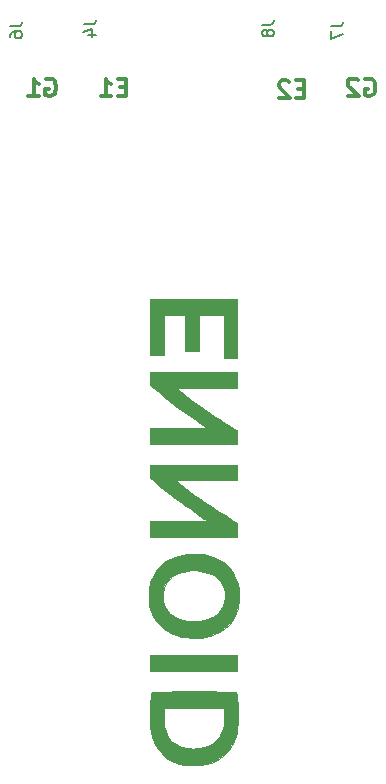
<source format=gbo>
G04 #@! TF.GenerationSoftware,KiCad,Pcbnew,no-vcs-found-9413793~61~ubuntu17.10.1*
G04 #@! TF.CreationDate,2017-12-18T18:39:30-05:00*
G04 #@! TF.ProjectId,ENNOID Dual Gate Driver,454E4E4F4944204475616C2047617465,rev?*
G04 #@! TF.SameCoordinates,Original*
G04 #@! TF.FileFunction,Legend,Bot*
G04 #@! TF.FilePolarity,Positive*
%FSLAX46Y46*%
G04 Gerber Fmt 4.6, Leading zero omitted, Abs format (unit mm)*
G04 Created by KiCad (PCBNEW no-vcs-found-9413793~61~ubuntu17.10.1) date Mon Dec 18 18:39:30 2017*
%MOMM*%
%LPD*%
G01*
G04 APERTURE LIST*
%ADD10C,0.300000*%
%ADD11C,0.010000*%
%ADD12C,0.150000*%
G04 APERTURE END LIST*
D10*
X23540114Y-8833657D02*
X23040114Y-8833657D01*
X22825828Y-9619371D02*
X23540114Y-9619371D01*
X23540114Y-8119371D01*
X22825828Y-8119371D01*
X21397257Y-9619371D02*
X22254400Y-9619371D01*
X21825828Y-9619371D02*
X21825828Y-8119371D01*
X21968685Y-8333657D01*
X22111542Y-8476514D01*
X22254400Y-8547942D01*
X16780628Y-8190800D02*
X16923485Y-8119371D01*
X17137771Y-8119371D01*
X17352057Y-8190800D01*
X17494914Y-8333657D01*
X17566342Y-8476514D01*
X17637771Y-8762228D01*
X17637771Y-8976514D01*
X17566342Y-9262228D01*
X17494914Y-9405085D01*
X17352057Y-9547942D01*
X17137771Y-9619371D01*
X16994914Y-9619371D01*
X16780628Y-9547942D01*
X16709200Y-9476514D01*
X16709200Y-8976514D01*
X16994914Y-8976514D01*
X15280628Y-9619371D02*
X16137771Y-9619371D01*
X15709200Y-9619371D02*
X15709200Y-8119371D01*
X15852057Y-8333657D01*
X15994914Y-8476514D01*
X16137771Y-8547942D01*
X43806228Y-8190800D02*
X43949085Y-8119371D01*
X44163371Y-8119371D01*
X44377657Y-8190800D01*
X44520514Y-8333657D01*
X44591942Y-8476514D01*
X44663371Y-8762228D01*
X44663371Y-8976514D01*
X44591942Y-9262228D01*
X44520514Y-9405085D01*
X44377657Y-9547942D01*
X44163371Y-9619371D01*
X44020514Y-9619371D01*
X43806228Y-9547942D01*
X43734800Y-9476514D01*
X43734800Y-8976514D01*
X44020514Y-8976514D01*
X43163371Y-8262228D02*
X43091942Y-8190800D01*
X42949085Y-8119371D01*
X42591942Y-8119371D01*
X42449085Y-8190800D01*
X42377657Y-8262228D01*
X42306228Y-8405085D01*
X42306228Y-8547942D01*
X42377657Y-8762228D01*
X43234800Y-9619371D01*
X42306228Y-9619371D01*
X38627714Y-8986057D02*
X38127714Y-8986057D01*
X37913428Y-9771771D02*
X38627714Y-9771771D01*
X38627714Y-8271771D01*
X37913428Y-8271771D01*
X37342000Y-8414628D02*
X37270571Y-8343200D01*
X37127714Y-8271771D01*
X36770571Y-8271771D01*
X36627714Y-8343200D01*
X36556285Y-8414628D01*
X36484857Y-8557485D01*
X36484857Y-8700342D01*
X36556285Y-8914628D01*
X37413428Y-9771771D01*
X36484857Y-9771771D01*
D11*
G36*
X32960250Y-58268076D02*
X32960250Y-56920105D01*
X25612487Y-56920105D01*
X25612487Y-58268076D01*
X32960250Y-58268076D01*
X32960250Y-58268076D01*
G37*
X32960250Y-58268076D02*
X32960250Y-56920105D01*
X25612487Y-56920105D01*
X25612487Y-58268076D01*
X32960250Y-58268076D01*
G36*
X25843757Y-42137073D02*
X26091875Y-42356171D01*
X26367007Y-42589294D01*
X26672411Y-42839051D01*
X27011346Y-43108046D01*
X27387068Y-43398887D01*
X27802837Y-43714180D01*
X27996586Y-43859300D01*
X28165994Y-43984640D01*
X28357727Y-44124573D01*
X28566079Y-44275088D01*
X28785349Y-44432179D01*
X29009831Y-44591834D01*
X29233824Y-44750046D01*
X29451622Y-44902806D01*
X29657523Y-45046104D01*
X29845822Y-45175932D01*
X30010817Y-45288281D01*
X30146804Y-45379141D01*
X30248079Y-45444505D01*
X30277903Y-45462799D01*
X30409678Y-45541645D01*
X28011083Y-45548393D01*
X25612487Y-45555140D01*
X25612487Y-46902832D01*
X32960250Y-46902832D01*
X32960250Y-45752038D01*
X32768627Y-45635380D01*
X32474217Y-45453990D01*
X32147089Y-45248652D01*
X31797579Y-45026086D01*
X31436025Y-44793012D01*
X31072765Y-44556149D01*
X30718136Y-44322219D01*
X30382475Y-44097941D01*
X30076120Y-43890034D01*
X29947139Y-43801229D01*
X29796464Y-43695422D01*
X29618178Y-43567740D01*
X29419359Y-43423458D01*
X29207087Y-43267853D01*
X28988439Y-43106198D01*
X28770495Y-42943770D01*
X28560335Y-42785843D01*
X28365037Y-42637693D01*
X28191679Y-42504595D01*
X28047342Y-42391825D01*
X27941318Y-42306486D01*
X27746007Y-42145287D01*
X32960250Y-42145287D01*
X32960250Y-40797317D01*
X25612487Y-40797317D01*
X25612487Y-41928121D01*
X25843757Y-42137073D01*
X25843757Y-42137073D01*
G37*
X25843757Y-42137073D02*
X26091875Y-42356171D01*
X26367007Y-42589294D01*
X26672411Y-42839051D01*
X27011346Y-43108046D01*
X27387068Y-43398887D01*
X27802837Y-43714180D01*
X27996586Y-43859300D01*
X28165994Y-43984640D01*
X28357727Y-44124573D01*
X28566079Y-44275088D01*
X28785349Y-44432179D01*
X29009831Y-44591834D01*
X29233824Y-44750046D01*
X29451622Y-44902806D01*
X29657523Y-45046104D01*
X29845822Y-45175932D01*
X30010817Y-45288281D01*
X30146804Y-45379141D01*
X30248079Y-45444505D01*
X30277903Y-45462799D01*
X30409678Y-45541645D01*
X28011083Y-45548393D01*
X25612487Y-45555140D01*
X25612487Y-46902832D01*
X32960250Y-46902832D01*
X32960250Y-45752038D01*
X32768627Y-45635380D01*
X32474217Y-45453990D01*
X32147089Y-45248652D01*
X31797579Y-45026086D01*
X31436025Y-44793012D01*
X31072765Y-44556149D01*
X30718136Y-44322219D01*
X30382475Y-44097941D01*
X30076120Y-43890034D01*
X29947139Y-43801229D01*
X29796464Y-43695422D01*
X29618178Y-43567740D01*
X29419359Y-43423458D01*
X29207087Y-43267853D01*
X28988439Y-43106198D01*
X28770495Y-42943770D01*
X28560335Y-42785843D01*
X28365037Y-42637693D01*
X28191679Y-42504595D01*
X28047342Y-42391825D01*
X27941318Y-42306486D01*
X27746007Y-42145287D01*
X32960250Y-42145287D01*
X32960250Y-40797317D01*
X25612487Y-40797317D01*
X25612487Y-41928121D01*
X25843757Y-42137073D01*
G36*
X25962695Y-34407219D02*
X26296309Y-34693259D01*
X26670216Y-35000874D01*
X27078642Y-35325711D01*
X27515813Y-35663417D01*
X27975956Y-36009640D01*
X28453298Y-36360025D01*
X28942064Y-36710221D01*
X29436482Y-37055874D01*
X29852769Y-37340090D01*
X30432385Y-37731344D01*
X25612487Y-37731344D01*
X25612487Y-39079314D01*
X32960250Y-39079314D01*
X32960250Y-37915058D01*
X32839003Y-37843024D01*
X32718907Y-37770312D01*
X32561833Y-37673122D01*
X32374957Y-37556042D01*
X32165454Y-37423657D01*
X31940501Y-37280556D01*
X31707275Y-37131324D01*
X31472950Y-36980548D01*
X31244704Y-36832816D01*
X31029711Y-36692714D01*
X30835149Y-36564829D01*
X30727196Y-36493199D01*
X30136100Y-36092987D01*
X29568931Y-35696531D01*
X29031797Y-35308249D01*
X28530810Y-34932554D01*
X28074070Y-34575460D01*
X27773633Y-34334986D01*
X30366942Y-34328248D01*
X32960250Y-34321511D01*
X32960250Y-32973799D01*
X25612487Y-32973799D01*
X25612487Y-34099436D01*
X25962695Y-34407219D01*
X25962695Y-34407219D01*
G37*
X25962695Y-34407219D02*
X26296309Y-34693259D01*
X26670216Y-35000874D01*
X27078642Y-35325711D01*
X27515813Y-35663417D01*
X27975956Y-36009640D01*
X28453298Y-36360025D01*
X28942064Y-36710221D01*
X29436482Y-37055874D01*
X29852769Y-37340090D01*
X30432385Y-37731344D01*
X25612487Y-37731344D01*
X25612487Y-39079314D01*
X32960250Y-39079314D01*
X32960250Y-37915058D01*
X32839003Y-37843024D01*
X32718907Y-37770312D01*
X32561833Y-37673122D01*
X32374957Y-37556042D01*
X32165454Y-37423657D01*
X31940501Y-37280556D01*
X31707275Y-37131324D01*
X31472950Y-36980548D01*
X31244704Y-36832816D01*
X31029711Y-36692714D01*
X30835149Y-36564829D01*
X30727196Y-36493199D01*
X30136100Y-36092987D01*
X29568931Y-35696531D01*
X29031797Y-35308249D01*
X28530810Y-34932554D01*
X28074070Y-34575460D01*
X27773633Y-34334986D01*
X30366942Y-34328248D01*
X32960250Y-34321511D01*
X32960250Y-32973799D01*
X25612487Y-32973799D01*
X25612487Y-34099436D01*
X25962695Y-34407219D01*
G36*
X26775443Y-31520105D02*
X26775443Y-28136963D01*
X28546306Y-28136963D01*
X28546306Y-31150074D01*
X29682831Y-31150074D01*
X29682831Y-28136963D01*
X31797295Y-28136963D01*
X31797295Y-31757983D01*
X32960250Y-31757983D01*
X32960250Y-26762561D01*
X25612487Y-26762561D01*
X25612487Y-31520105D01*
X26775443Y-31520105D01*
X26775443Y-31520105D01*
G37*
X26775443Y-31520105D02*
X26775443Y-28136963D01*
X28546306Y-28136963D01*
X28546306Y-31150074D01*
X29682831Y-31150074D01*
X29682831Y-28136963D01*
X31797295Y-28136963D01*
X31797295Y-31757983D01*
X32960250Y-31757983D01*
X32960250Y-26762561D01*
X25612487Y-26762561D01*
X25612487Y-31520105D01*
X26775443Y-31520105D01*
G36*
X25547397Y-62311443D02*
X25555122Y-62571376D01*
X25569084Y-62803803D01*
X25589589Y-63000696D01*
X25594337Y-63034006D01*
X25676317Y-63483114D01*
X25781796Y-63888548D01*
X25912944Y-64255004D01*
X26071935Y-64587178D01*
X26260942Y-64889765D01*
X26482137Y-65167463D01*
X26672485Y-65364159D01*
X26966569Y-65611104D01*
X27289892Y-65817350D01*
X27644034Y-65983518D01*
X28030576Y-66110231D01*
X28451098Y-66198111D01*
X28907181Y-66247779D01*
X28919950Y-66248592D01*
X29420754Y-66259483D01*
X29892778Y-66227933D01*
X30335273Y-66154312D01*
X30747488Y-66038992D01*
X31128674Y-65882342D01*
X31478082Y-65684734D01*
X31794961Y-65446539D01*
X32078563Y-65168126D01*
X32328137Y-64849868D01*
X32542934Y-64492134D01*
X32567281Y-64444700D01*
X32711032Y-64126031D01*
X32826856Y-63793036D01*
X32915952Y-63439429D01*
X32979521Y-63058922D01*
X33018765Y-62645226D01*
X33034884Y-62192056D01*
X33035099Y-61994981D01*
X33033380Y-61819811D01*
X33031125Y-61656280D01*
X33028518Y-61514028D01*
X33025742Y-61402697D01*
X33022981Y-61331928D01*
X33022247Y-61320834D01*
X32994359Y-60993502D01*
X32966177Y-60708116D01*
X32937990Y-60467013D01*
X32910090Y-60272533D01*
X32882769Y-60127016D01*
X32865143Y-60058763D01*
X32861089Y-60052190D01*
X32851414Y-60046269D01*
X32833493Y-60040966D01*
X32804699Y-60036247D01*
X32762408Y-60032079D01*
X32703994Y-60028427D01*
X32626832Y-60025258D01*
X32528295Y-60022537D01*
X32405760Y-60020231D01*
X32256600Y-60018305D01*
X32078190Y-60016727D01*
X31867905Y-60015461D01*
X31623119Y-60014474D01*
X31341206Y-60013732D01*
X31019542Y-60013201D01*
X30655500Y-60012847D01*
X30246456Y-60012637D01*
X29789784Y-60012535D01*
X29286369Y-60012509D01*
X28779786Y-60012536D01*
X28323439Y-60012637D01*
X27914704Y-60012849D01*
X27550955Y-60013204D01*
X27229566Y-60013736D01*
X26947914Y-60014479D01*
X26755177Y-60015257D01*
X26755177Y-61386911D01*
X31850156Y-61386911D01*
X31850001Y-61974996D01*
X31847467Y-62239237D01*
X31840213Y-62470726D01*
X31828536Y-62662899D01*
X31812733Y-62809190D01*
X31811976Y-62814284D01*
X31734701Y-63184271D01*
X31620003Y-63517005D01*
X31467819Y-63812543D01*
X31278084Y-64070942D01*
X31050732Y-64292258D01*
X30785700Y-64476546D01*
X30482923Y-64623863D01*
X30142335Y-64734265D01*
X29763873Y-64807808D01*
X29484600Y-64836811D01*
X29193150Y-64842314D01*
X28888597Y-64820598D01*
X28584847Y-64774112D01*
X28295807Y-64705306D01*
X28035386Y-64616631D01*
X27906361Y-64558772D01*
X27628068Y-64394114D01*
X27388172Y-64195933D01*
X27185858Y-63962972D01*
X27020307Y-63693971D01*
X26890702Y-63387671D01*
X26796226Y-63042816D01*
X26750750Y-62779223D01*
X26742591Y-62693383D01*
X26735735Y-62571251D01*
X26730265Y-62422535D01*
X26726266Y-62256942D01*
X26723820Y-62084179D01*
X26723013Y-61913954D01*
X26723927Y-61755973D01*
X26726647Y-61619945D01*
X26731257Y-61515577D01*
X26737840Y-61452576D01*
X26739240Y-61446380D01*
X26755177Y-61386911D01*
X26755177Y-60015257D01*
X26703372Y-60015467D01*
X26493315Y-60016735D01*
X26315119Y-60018315D01*
X26166157Y-60020243D01*
X26043806Y-60022551D01*
X25945439Y-60025275D01*
X25868432Y-60028447D01*
X25810159Y-60032101D01*
X25767995Y-60036273D01*
X25739316Y-60040994D01*
X25721495Y-60046301D01*
X25711908Y-60052226D01*
X25707941Y-60058763D01*
X25673330Y-60205025D01*
X25642197Y-60396027D01*
X25614849Y-60623740D01*
X25591591Y-60880138D01*
X25572731Y-61157194D01*
X25558575Y-61446879D01*
X25549430Y-61741167D01*
X25545601Y-62032031D01*
X25547397Y-62311443D01*
X25547397Y-62311443D01*
G37*
X25547397Y-62311443D02*
X25555122Y-62571376D01*
X25569084Y-62803803D01*
X25589589Y-63000696D01*
X25594337Y-63034006D01*
X25676317Y-63483114D01*
X25781796Y-63888548D01*
X25912944Y-64255004D01*
X26071935Y-64587178D01*
X26260942Y-64889765D01*
X26482137Y-65167463D01*
X26672485Y-65364159D01*
X26966569Y-65611104D01*
X27289892Y-65817350D01*
X27644034Y-65983518D01*
X28030576Y-66110231D01*
X28451098Y-66198111D01*
X28907181Y-66247779D01*
X28919950Y-66248592D01*
X29420754Y-66259483D01*
X29892778Y-66227933D01*
X30335273Y-66154312D01*
X30747488Y-66038992D01*
X31128674Y-65882342D01*
X31478082Y-65684734D01*
X31794961Y-65446539D01*
X32078563Y-65168126D01*
X32328137Y-64849868D01*
X32542934Y-64492134D01*
X32567281Y-64444700D01*
X32711032Y-64126031D01*
X32826856Y-63793036D01*
X32915952Y-63439429D01*
X32979521Y-63058922D01*
X33018765Y-62645226D01*
X33034884Y-62192056D01*
X33035099Y-61994981D01*
X33033380Y-61819811D01*
X33031125Y-61656280D01*
X33028518Y-61514028D01*
X33025742Y-61402697D01*
X33022981Y-61331928D01*
X33022247Y-61320834D01*
X32994359Y-60993502D01*
X32966177Y-60708116D01*
X32937990Y-60467013D01*
X32910090Y-60272533D01*
X32882769Y-60127016D01*
X32865143Y-60058763D01*
X32861089Y-60052190D01*
X32851414Y-60046269D01*
X32833493Y-60040966D01*
X32804699Y-60036247D01*
X32762408Y-60032079D01*
X32703994Y-60028427D01*
X32626832Y-60025258D01*
X32528295Y-60022537D01*
X32405760Y-60020231D01*
X32256600Y-60018305D01*
X32078190Y-60016727D01*
X31867905Y-60015461D01*
X31623119Y-60014474D01*
X31341206Y-60013732D01*
X31019542Y-60013201D01*
X30655500Y-60012847D01*
X30246456Y-60012637D01*
X29789784Y-60012535D01*
X29286369Y-60012509D01*
X28779786Y-60012536D01*
X28323439Y-60012637D01*
X27914704Y-60012849D01*
X27550955Y-60013204D01*
X27229566Y-60013736D01*
X26947914Y-60014479D01*
X26755177Y-60015257D01*
X26755177Y-61386911D01*
X31850156Y-61386911D01*
X31850001Y-61974996D01*
X31847467Y-62239237D01*
X31840213Y-62470726D01*
X31828536Y-62662899D01*
X31812733Y-62809190D01*
X31811976Y-62814284D01*
X31734701Y-63184271D01*
X31620003Y-63517005D01*
X31467819Y-63812543D01*
X31278084Y-64070942D01*
X31050732Y-64292258D01*
X30785700Y-64476546D01*
X30482923Y-64623863D01*
X30142335Y-64734265D01*
X29763873Y-64807808D01*
X29484600Y-64836811D01*
X29193150Y-64842314D01*
X28888597Y-64820598D01*
X28584847Y-64774112D01*
X28295807Y-64705306D01*
X28035386Y-64616631D01*
X27906361Y-64558772D01*
X27628068Y-64394114D01*
X27388172Y-64195933D01*
X27185858Y-63962972D01*
X27020307Y-63693971D01*
X26890702Y-63387671D01*
X26796226Y-63042816D01*
X26750750Y-62779223D01*
X26742591Y-62693383D01*
X26735735Y-62571251D01*
X26730265Y-62422535D01*
X26726266Y-62256942D01*
X26723820Y-62084179D01*
X26723013Y-61913954D01*
X26723927Y-61755973D01*
X26726647Y-61619945D01*
X26731257Y-61515577D01*
X26737840Y-61452576D01*
X26739240Y-61446380D01*
X26755177Y-61386911D01*
X26755177Y-60015257D01*
X26703372Y-60015467D01*
X26493315Y-60016735D01*
X26315119Y-60018315D01*
X26166157Y-60020243D01*
X26043806Y-60022551D01*
X25945439Y-60025275D01*
X25868432Y-60028447D01*
X25810159Y-60032101D01*
X25767995Y-60036273D01*
X25739316Y-60040994D01*
X25721495Y-60046301D01*
X25711908Y-60052226D01*
X25707941Y-60058763D01*
X25673330Y-60205025D01*
X25642197Y-60396027D01*
X25614849Y-60623740D01*
X25591591Y-60880138D01*
X25572731Y-61157194D01*
X25558575Y-61446879D01*
X25549430Y-61741167D01*
X25545601Y-62032031D01*
X25547397Y-62311443D01*
G36*
X25466088Y-52313864D02*
X25487429Y-52532655D01*
X25523842Y-52744968D01*
X25577025Y-52965947D01*
X25603596Y-53060924D01*
X25739536Y-53437830D01*
X25921450Y-53791293D01*
X26146735Y-54118717D01*
X26412788Y-54417505D01*
X26717005Y-54685062D01*
X27056783Y-54918789D01*
X27429518Y-55116092D01*
X27818145Y-55269565D01*
X28189055Y-55371282D01*
X28589618Y-55440651D01*
X29008717Y-55477736D01*
X29435236Y-55482603D01*
X29858059Y-55455316D01*
X30266067Y-55395940D01*
X30648145Y-55304539D01*
X30811119Y-55252115D01*
X31223264Y-55082499D01*
X31596879Y-54876987D01*
X31931433Y-54636177D01*
X32226389Y-54360670D01*
X32481216Y-54051065D01*
X32695378Y-53707961D01*
X32868342Y-53331958D01*
X32999574Y-52923654D01*
X33040715Y-52749298D01*
X33064006Y-52607313D01*
X33083152Y-52427363D01*
X33097622Y-52223504D01*
X33106883Y-52009794D01*
X33110405Y-51800290D01*
X33107655Y-51609048D01*
X33098103Y-51450124D01*
X33091889Y-51396068D01*
X33007415Y-50953055D01*
X32881655Y-50542968D01*
X32714682Y-50165906D01*
X32506566Y-49821970D01*
X32257378Y-49511258D01*
X31967188Y-49233870D01*
X31636067Y-48989905D01*
X31264086Y-48779463D01*
X31213549Y-48754962D01*
X30931468Y-48630836D01*
X30659188Y-48533883D01*
X30384295Y-48461338D01*
X30094376Y-48410435D01*
X29777016Y-48378408D01*
X29456087Y-48363394D01*
X29445027Y-48363383D01*
X29445027Y-49763794D01*
X29816901Y-49796919D01*
X30176741Y-49864572D01*
X30517409Y-49966026D01*
X30831767Y-50100551D01*
X31112674Y-50267420D01*
X31181669Y-50317781D01*
X31346764Y-50468081D01*
X31504761Y-50656881D01*
X31646086Y-50869875D01*
X31761166Y-51092758D01*
X31835976Y-51295442D01*
X31895780Y-51583782D01*
X31917234Y-51890808D01*
X31900095Y-52198573D01*
X31851632Y-52460747D01*
X31748581Y-52759235D01*
X31599276Y-53034383D01*
X31406325Y-53283025D01*
X31172334Y-53501996D01*
X30899912Y-53688128D01*
X30792924Y-53746492D01*
X30502182Y-53869966D01*
X30177876Y-53962878D01*
X29829681Y-54025084D01*
X29467268Y-54056438D01*
X29100311Y-54056793D01*
X28738481Y-54026004D01*
X28391451Y-53963926D01*
X28068894Y-53870412D01*
X27872173Y-53790507D01*
X27568156Y-53624005D01*
X27304808Y-53425187D01*
X27083490Y-53196131D01*
X26905562Y-52938917D01*
X26772383Y-52655624D01*
X26685314Y-52348333D01*
X26645714Y-52019121D01*
X26643289Y-51911468D01*
X26667806Y-51576108D01*
X26740154Y-51261524D01*
X26858531Y-50970307D01*
X27021131Y-50705049D01*
X27226150Y-50468342D01*
X27471785Y-50262777D01*
X27756232Y-50090946D01*
X27979982Y-49991147D01*
X28328598Y-49878875D01*
X28693737Y-49804044D01*
X29068260Y-49765926D01*
X29445027Y-49763794D01*
X29445027Y-48363383D01*
X29040284Y-48362972D01*
X28663097Y-48386421D01*
X28315072Y-48435611D01*
X27986759Y-48512416D01*
X27668706Y-48618706D01*
X27351460Y-48756354D01*
X27270466Y-48796238D01*
X26938231Y-48990710D01*
X26627574Y-49226367D01*
X26345053Y-49496481D01*
X26097224Y-49794325D01*
X25890646Y-50113173D01*
X25785775Y-50319299D01*
X25680100Y-50567764D01*
X25599079Y-50800838D01*
X25539644Y-51032517D01*
X25498725Y-51276795D01*
X25473252Y-51547667D01*
X25461832Y-51796268D01*
X25458121Y-52073449D01*
X25466088Y-52313864D01*
X25466088Y-52313864D01*
G37*
X25466088Y-52313864D02*
X25487429Y-52532655D01*
X25523842Y-52744968D01*
X25577025Y-52965947D01*
X25603596Y-53060924D01*
X25739536Y-53437830D01*
X25921450Y-53791293D01*
X26146735Y-54118717D01*
X26412788Y-54417505D01*
X26717005Y-54685062D01*
X27056783Y-54918789D01*
X27429518Y-55116092D01*
X27818145Y-55269565D01*
X28189055Y-55371282D01*
X28589618Y-55440651D01*
X29008717Y-55477736D01*
X29435236Y-55482603D01*
X29858059Y-55455316D01*
X30266067Y-55395940D01*
X30648145Y-55304539D01*
X30811119Y-55252115D01*
X31223264Y-55082499D01*
X31596879Y-54876987D01*
X31931433Y-54636177D01*
X32226389Y-54360670D01*
X32481216Y-54051065D01*
X32695378Y-53707961D01*
X32868342Y-53331958D01*
X32999574Y-52923654D01*
X33040715Y-52749298D01*
X33064006Y-52607313D01*
X33083152Y-52427363D01*
X33097622Y-52223504D01*
X33106883Y-52009794D01*
X33110405Y-51800290D01*
X33107655Y-51609048D01*
X33098103Y-51450124D01*
X33091889Y-51396068D01*
X33007415Y-50953055D01*
X32881655Y-50542968D01*
X32714682Y-50165906D01*
X32506566Y-49821970D01*
X32257378Y-49511258D01*
X31967188Y-49233870D01*
X31636067Y-48989905D01*
X31264086Y-48779463D01*
X31213549Y-48754962D01*
X30931468Y-48630836D01*
X30659188Y-48533883D01*
X30384295Y-48461338D01*
X30094376Y-48410435D01*
X29777016Y-48378408D01*
X29456087Y-48363394D01*
X29445027Y-48363383D01*
X29445027Y-49763794D01*
X29816901Y-49796919D01*
X30176741Y-49864572D01*
X30517409Y-49966026D01*
X30831767Y-50100551D01*
X31112674Y-50267420D01*
X31181669Y-50317781D01*
X31346764Y-50468081D01*
X31504761Y-50656881D01*
X31646086Y-50869875D01*
X31761166Y-51092758D01*
X31835976Y-51295442D01*
X31895780Y-51583782D01*
X31917234Y-51890808D01*
X31900095Y-52198573D01*
X31851632Y-52460747D01*
X31748581Y-52759235D01*
X31599276Y-53034383D01*
X31406325Y-53283025D01*
X31172334Y-53501996D01*
X30899912Y-53688128D01*
X30792924Y-53746492D01*
X30502182Y-53869966D01*
X30177876Y-53962878D01*
X29829681Y-54025084D01*
X29467268Y-54056438D01*
X29100311Y-54056793D01*
X28738481Y-54026004D01*
X28391451Y-53963926D01*
X28068894Y-53870412D01*
X27872173Y-53790507D01*
X27568156Y-53624005D01*
X27304808Y-53425187D01*
X27083490Y-53196131D01*
X26905562Y-52938917D01*
X26772383Y-52655624D01*
X26685314Y-52348333D01*
X26645714Y-52019121D01*
X26643289Y-51911468D01*
X26667806Y-51576108D01*
X26740154Y-51261524D01*
X26858531Y-50970307D01*
X27021131Y-50705049D01*
X27226150Y-50468342D01*
X27471785Y-50262777D01*
X27756232Y-50090946D01*
X27979982Y-49991147D01*
X28328598Y-49878875D01*
X28693737Y-49804044D01*
X29068260Y-49765926D01*
X29445027Y-49763794D01*
X29445027Y-48363383D01*
X29040284Y-48362972D01*
X28663097Y-48386421D01*
X28315072Y-48435611D01*
X27986759Y-48512416D01*
X27668706Y-48618706D01*
X27351460Y-48756354D01*
X27270466Y-48796238D01*
X26938231Y-48990710D01*
X26627574Y-49226367D01*
X26345053Y-49496481D01*
X26097224Y-49794325D01*
X25890646Y-50113173D01*
X25785775Y-50319299D01*
X25680100Y-50567764D01*
X25599079Y-50800838D01*
X25539644Y-51032517D01*
X25498725Y-51276795D01*
X25473252Y-51547667D01*
X25461832Y-51796268D01*
X25458121Y-52073449D01*
X25466088Y-52313864D01*
D12*
X19975580Y-3526466D02*
X20689866Y-3526466D01*
X20832723Y-3478847D01*
X20927961Y-3383609D01*
X20975580Y-3240752D01*
X20975580Y-3145514D01*
X20308914Y-4431228D02*
X20975580Y-4431228D01*
X19927961Y-4193133D02*
X20642247Y-3955038D01*
X20642247Y-4574085D01*
X13727180Y-3691566D02*
X14441466Y-3691566D01*
X14584323Y-3643947D01*
X14679561Y-3548709D01*
X14727180Y-3405852D01*
X14727180Y-3310614D01*
X13727180Y-4596328D02*
X13727180Y-4405852D01*
X13774800Y-4310614D01*
X13822419Y-4262995D01*
X13965276Y-4167757D01*
X14155752Y-4120138D01*
X14536704Y-4120138D01*
X14631942Y-4167757D01*
X14679561Y-4215376D01*
X14727180Y-4310614D01*
X14727180Y-4501090D01*
X14679561Y-4596328D01*
X14631942Y-4643947D01*
X14536704Y-4691566D01*
X14298609Y-4691566D01*
X14203371Y-4643947D01*
X14155752Y-4596328D01*
X14108133Y-4501090D01*
X14108133Y-4310614D01*
X14155752Y-4215376D01*
X14203371Y-4167757D01*
X14298609Y-4120138D01*
X40910780Y-3704266D02*
X41625066Y-3704266D01*
X41767923Y-3656647D01*
X41863161Y-3561409D01*
X41910780Y-3418552D01*
X41910780Y-3323314D01*
X40910780Y-4085219D02*
X40910780Y-4751885D01*
X41910780Y-4323314D01*
X35057580Y-3551866D02*
X35771866Y-3551866D01*
X35914723Y-3504247D01*
X36009961Y-3409009D01*
X36057580Y-3266152D01*
X36057580Y-3170914D01*
X35486152Y-4170914D02*
X35438533Y-4075676D01*
X35390914Y-4028057D01*
X35295676Y-3980438D01*
X35248057Y-3980438D01*
X35152819Y-4028057D01*
X35105200Y-4075676D01*
X35057580Y-4170914D01*
X35057580Y-4361390D01*
X35105200Y-4456628D01*
X35152819Y-4504247D01*
X35248057Y-4551866D01*
X35295676Y-4551866D01*
X35390914Y-4504247D01*
X35438533Y-4456628D01*
X35486152Y-4361390D01*
X35486152Y-4170914D01*
X35533771Y-4075676D01*
X35581390Y-4028057D01*
X35676628Y-3980438D01*
X35867104Y-3980438D01*
X35962342Y-4028057D01*
X36009961Y-4075676D01*
X36057580Y-4170914D01*
X36057580Y-4361390D01*
X36009961Y-4456628D01*
X35962342Y-4504247D01*
X35867104Y-4551866D01*
X35676628Y-4551866D01*
X35581390Y-4504247D01*
X35533771Y-4456628D01*
X35486152Y-4361390D01*
M02*

</source>
